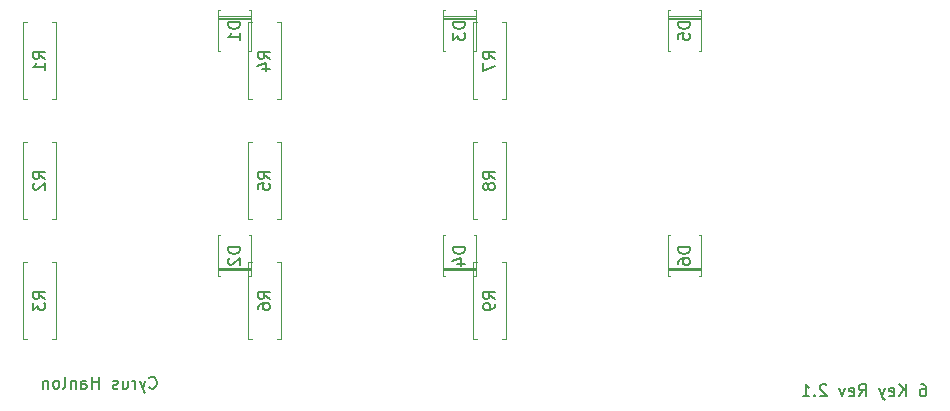
<source format=gbo>
G04 #@! TF.GenerationSoftware,KiCad,Pcbnew,(5.1.4)-1*
G04 #@! TF.CreationDate,2019-10-31T20:11:05+00:00*
G04 #@! TF.ProjectId,rgb,7267622e-6b69-4636-9164-5f7063625858,rev?*
G04 #@! TF.SameCoordinates,Original*
G04 #@! TF.FileFunction,Legend,Bot*
G04 #@! TF.FilePolarity,Positive*
%FSLAX46Y46*%
G04 Gerber Fmt 4.6, Leading zero omitted, Abs format (unit mm)*
G04 Created by KiCad (PCBNEW (5.1.4)-1) date 2019-10-31 20:11:05*
%MOMM*%
%LPD*%
G04 APERTURE LIST*
%ADD10C,0.200000*%
%ADD11C,0.120000*%
%ADD12C,0.150000*%
G04 APERTURE END LIST*
D10*
X46759285Y-98147142D02*
X46806904Y-98194761D01*
X46949761Y-98242380D01*
X47045000Y-98242380D01*
X47187857Y-98194761D01*
X47283095Y-98099523D01*
X47330714Y-98004285D01*
X47378333Y-97813809D01*
X47378333Y-97670952D01*
X47330714Y-97480476D01*
X47283095Y-97385238D01*
X47187857Y-97290000D01*
X47045000Y-97242380D01*
X46949761Y-97242380D01*
X46806904Y-97290000D01*
X46759285Y-97337619D01*
X46425952Y-97575714D02*
X46187857Y-98242380D01*
X45949761Y-97575714D02*
X46187857Y-98242380D01*
X46283095Y-98480476D01*
X46330714Y-98528095D01*
X46425952Y-98575714D01*
X45568809Y-98242380D02*
X45568809Y-97575714D01*
X45568809Y-97766190D02*
X45521190Y-97670952D01*
X45473571Y-97623333D01*
X45378333Y-97575714D01*
X45283095Y-97575714D01*
X44521190Y-97575714D02*
X44521190Y-98242380D01*
X44949761Y-97575714D02*
X44949761Y-98099523D01*
X44902142Y-98194761D01*
X44806904Y-98242380D01*
X44664047Y-98242380D01*
X44568809Y-98194761D01*
X44521190Y-98147142D01*
X44092619Y-98194761D02*
X43997380Y-98242380D01*
X43806904Y-98242380D01*
X43711666Y-98194761D01*
X43664047Y-98099523D01*
X43664047Y-98051904D01*
X43711666Y-97956666D01*
X43806904Y-97909047D01*
X43949761Y-97909047D01*
X44045000Y-97861428D01*
X44092619Y-97766190D01*
X44092619Y-97718571D01*
X44045000Y-97623333D01*
X43949761Y-97575714D01*
X43806904Y-97575714D01*
X43711666Y-97623333D01*
X42473571Y-98242380D02*
X42473571Y-97242380D01*
X42473571Y-97718571D02*
X41902142Y-97718571D01*
X41902142Y-98242380D02*
X41902142Y-97242380D01*
X40997380Y-98242380D02*
X40997380Y-97718571D01*
X41045000Y-97623333D01*
X41140238Y-97575714D01*
X41330714Y-97575714D01*
X41425952Y-97623333D01*
X40997380Y-98194761D02*
X41092619Y-98242380D01*
X41330714Y-98242380D01*
X41425952Y-98194761D01*
X41473571Y-98099523D01*
X41473571Y-98004285D01*
X41425952Y-97909047D01*
X41330714Y-97861428D01*
X41092619Y-97861428D01*
X40997380Y-97813809D01*
X40521190Y-97575714D02*
X40521190Y-98242380D01*
X40521190Y-97670952D02*
X40473571Y-97623333D01*
X40378333Y-97575714D01*
X40235476Y-97575714D01*
X40140238Y-97623333D01*
X40092619Y-97718571D01*
X40092619Y-98242380D01*
X39473571Y-98242380D02*
X39568809Y-98194761D01*
X39616428Y-98099523D01*
X39616428Y-97242380D01*
X38949761Y-98242380D02*
X39045000Y-98194761D01*
X39092619Y-98147142D01*
X39140238Y-98051904D01*
X39140238Y-97766190D01*
X39092619Y-97670952D01*
X39045000Y-97623333D01*
X38949761Y-97575714D01*
X38806904Y-97575714D01*
X38711666Y-97623333D01*
X38664047Y-97670952D01*
X38616428Y-97766190D01*
X38616428Y-98051904D01*
X38664047Y-98147142D01*
X38711666Y-98194761D01*
X38806904Y-98242380D01*
X38949761Y-98242380D01*
X38187857Y-97575714D02*
X38187857Y-98242380D01*
X38187857Y-97670952D02*
X38140238Y-97623333D01*
X38045000Y-97575714D01*
X37902142Y-97575714D01*
X37806904Y-97623333D01*
X37759285Y-97718571D01*
X37759285Y-98242380D01*
X112076904Y-97877380D02*
X112267380Y-97877380D01*
X112362619Y-97925000D01*
X112410238Y-97972619D01*
X112505476Y-98115476D01*
X112553095Y-98305952D01*
X112553095Y-98686904D01*
X112505476Y-98782142D01*
X112457857Y-98829761D01*
X112362619Y-98877380D01*
X112172142Y-98877380D01*
X112076904Y-98829761D01*
X112029285Y-98782142D01*
X111981666Y-98686904D01*
X111981666Y-98448809D01*
X112029285Y-98353571D01*
X112076904Y-98305952D01*
X112172142Y-98258333D01*
X112362619Y-98258333D01*
X112457857Y-98305952D01*
X112505476Y-98353571D01*
X112553095Y-98448809D01*
X110791190Y-98877380D02*
X110791190Y-97877380D01*
X110219761Y-98877380D02*
X110648333Y-98305952D01*
X110219761Y-97877380D02*
X110791190Y-98448809D01*
X109410238Y-98829761D02*
X109505476Y-98877380D01*
X109695952Y-98877380D01*
X109791190Y-98829761D01*
X109838809Y-98734523D01*
X109838809Y-98353571D01*
X109791190Y-98258333D01*
X109695952Y-98210714D01*
X109505476Y-98210714D01*
X109410238Y-98258333D01*
X109362619Y-98353571D01*
X109362619Y-98448809D01*
X109838809Y-98544047D01*
X109029285Y-98210714D02*
X108791190Y-98877380D01*
X108553095Y-98210714D02*
X108791190Y-98877380D01*
X108886428Y-99115476D01*
X108934047Y-99163095D01*
X109029285Y-99210714D01*
X106838809Y-98877380D02*
X107172142Y-98401190D01*
X107410238Y-98877380D02*
X107410238Y-97877380D01*
X107029285Y-97877380D01*
X106934047Y-97925000D01*
X106886428Y-97972619D01*
X106838809Y-98067857D01*
X106838809Y-98210714D01*
X106886428Y-98305952D01*
X106934047Y-98353571D01*
X107029285Y-98401190D01*
X107410238Y-98401190D01*
X106029285Y-98829761D02*
X106124523Y-98877380D01*
X106315000Y-98877380D01*
X106410238Y-98829761D01*
X106457857Y-98734523D01*
X106457857Y-98353571D01*
X106410238Y-98258333D01*
X106315000Y-98210714D01*
X106124523Y-98210714D01*
X106029285Y-98258333D01*
X105981666Y-98353571D01*
X105981666Y-98448809D01*
X106457857Y-98544047D01*
X105648333Y-98210714D02*
X105410238Y-98877380D01*
X105172142Y-98210714D01*
X104076904Y-97972619D02*
X104029285Y-97925000D01*
X103934047Y-97877380D01*
X103695952Y-97877380D01*
X103600714Y-97925000D01*
X103553095Y-97972619D01*
X103505476Y-98067857D01*
X103505476Y-98163095D01*
X103553095Y-98305952D01*
X104124523Y-98877380D01*
X103505476Y-98877380D01*
X103076904Y-98782142D02*
X103029285Y-98829761D01*
X103076904Y-98877380D01*
X103124523Y-98829761D01*
X103076904Y-98782142D01*
X103076904Y-98877380D01*
X102076904Y-98877380D02*
X102648333Y-98877380D01*
X102362619Y-98877380D02*
X102362619Y-97877380D01*
X102457857Y-98020238D01*
X102553095Y-98115476D01*
X102648333Y-98163095D01*
D11*
X52555000Y-66705000D02*
X55395000Y-66705000D01*
X52555000Y-66945000D02*
X55395000Y-66945000D01*
X52555000Y-66825000D02*
X55395000Y-66825000D01*
X55395000Y-69665000D02*
X55215000Y-69665000D01*
X55395000Y-66225000D02*
X55395000Y-69665000D01*
X55215000Y-66225000D02*
X55395000Y-66225000D01*
X52555000Y-69665000D02*
X52735000Y-69665000D01*
X52555000Y-66225000D02*
X52555000Y-69665000D01*
X52735000Y-66225000D02*
X52555000Y-66225000D01*
X55395000Y-88235000D02*
X52555000Y-88235000D01*
X55395000Y-87995000D02*
X52555000Y-87995000D01*
X55395000Y-88115000D02*
X52555000Y-88115000D01*
X52555000Y-85275000D02*
X52735000Y-85275000D01*
X52555000Y-88715000D02*
X52555000Y-85275000D01*
X52735000Y-88715000D02*
X52555000Y-88715000D01*
X55395000Y-85275000D02*
X55215000Y-85275000D01*
X55395000Y-88715000D02*
X55395000Y-85275000D01*
X55215000Y-88715000D02*
X55395000Y-88715000D01*
X71785000Y-66225000D02*
X71605000Y-66225000D01*
X71605000Y-66225000D02*
X71605000Y-69665000D01*
X71605000Y-69665000D02*
X71785000Y-69665000D01*
X74265000Y-66225000D02*
X74445000Y-66225000D01*
X74445000Y-66225000D02*
X74445000Y-69665000D01*
X74445000Y-69665000D02*
X74265000Y-69665000D01*
X71605000Y-66825000D02*
X74445000Y-66825000D01*
X71605000Y-66945000D02*
X74445000Y-66945000D01*
X71605000Y-66705000D02*
X74445000Y-66705000D01*
X74265000Y-88715000D02*
X74445000Y-88715000D01*
X74445000Y-88715000D02*
X74445000Y-85275000D01*
X74445000Y-85275000D02*
X74265000Y-85275000D01*
X71785000Y-88715000D02*
X71605000Y-88715000D01*
X71605000Y-88715000D02*
X71605000Y-85275000D01*
X71605000Y-85275000D02*
X71785000Y-85275000D01*
X74445000Y-88115000D02*
X71605000Y-88115000D01*
X74445000Y-87995000D02*
X71605000Y-87995000D01*
X74445000Y-88235000D02*
X71605000Y-88235000D01*
X90655000Y-66705000D02*
X93495000Y-66705000D01*
X90655000Y-66945000D02*
X93495000Y-66945000D01*
X90655000Y-66825000D02*
X93495000Y-66825000D01*
X93495000Y-69665000D02*
X93315000Y-69665000D01*
X93495000Y-66225000D02*
X93495000Y-69665000D01*
X93315000Y-66225000D02*
X93495000Y-66225000D01*
X90655000Y-69665000D02*
X90835000Y-69665000D01*
X90655000Y-66225000D02*
X90655000Y-69665000D01*
X90835000Y-66225000D02*
X90655000Y-66225000D01*
X93315000Y-88715000D02*
X93495000Y-88715000D01*
X93495000Y-88715000D02*
X93495000Y-85275000D01*
X93495000Y-85275000D02*
X93315000Y-85275000D01*
X90835000Y-88715000D02*
X90655000Y-88715000D01*
X90655000Y-88715000D02*
X90655000Y-85275000D01*
X90655000Y-85275000D02*
X90835000Y-85275000D01*
X93495000Y-88115000D02*
X90655000Y-88115000D01*
X93495000Y-87995000D02*
X90655000Y-87995000D01*
X93495000Y-88235000D02*
X90655000Y-88235000D01*
X38835000Y-73755000D02*
X38505000Y-73755000D01*
X38835000Y-67215000D02*
X38835000Y-73755000D01*
X38505000Y-67215000D02*
X38835000Y-67215000D01*
X36095000Y-73755000D02*
X36425000Y-73755000D01*
X36095000Y-67215000D02*
X36095000Y-73755000D01*
X36425000Y-67215000D02*
X36095000Y-67215000D01*
X36425000Y-77375000D02*
X36095000Y-77375000D01*
X36095000Y-77375000D02*
X36095000Y-83915000D01*
X36095000Y-83915000D02*
X36425000Y-83915000D01*
X38505000Y-77375000D02*
X38835000Y-77375000D01*
X38835000Y-77375000D02*
X38835000Y-83915000D01*
X38835000Y-83915000D02*
X38505000Y-83915000D01*
X38835000Y-94075000D02*
X38505000Y-94075000D01*
X38835000Y-87535000D02*
X38835000Y-94075000D01*
X38505000Y-87535000D02*
X38835000Y-87535000D01*
X36095000Y-94075000D02*
X36425000Y-94075000D01*
X36095000Y-87535000D02*
X36095000Y-94075000D01*
X36425000Y-87535000D02*
X36095000Y-87535000D01*
X55475000Y-67215000D02*
X55145000Y-67215000D01*
X55145000Y-67215000D02*
X55145000Y-73755000D01*
X55145000Y-73755000D02*
X55475000Y-73755000D01*
X57555000Y-67215000D02*
X57885000Y-67215000D01*
X57885000Y-67215000D02*
X57885000Y-73755000D01*
X57885000Y-73755000D02*
X57555000Y-73755000D01*
X57885000Y-83915000D02*
X57555000Y-83915000D01*
X57885000Y-77375000D02*
X57885000Y-83915000D01*
X57555000Y-77375000D02*
X57885000Y-77375000D01*
X55145000Y-83915000D02*
X55475000Y-83915000D01*
X55145000Y-77375000D02*
X55145000Y-83915000D01*
X55475000Y-77375000D02*
X55145000Y-77375000D01*
X55475000Y-87535000D02*
X55145000Y-87535000D01*
X55145000Y-87535000D02*
X55145000Y-94075000D01*
X55145000Y-94075000D02*
X55475000Y-94075000D01*
X57555000Y-87535000D02*
X57885000Y-87535000D01*
X57885000Y-87535000D02*
X57885000Y-94075000D01*
X57885000Y-94075000D02*
X57555000Y-94075000D01*
X76935000Y-73755000D02*
X76605000Y-73755000D01*
X76935000Y-67215000D02*
X76935000Y-73755000D01*
X76605000Y-67215000D02*
X76935000Y-67215000D01*
X74195000Y-73755000D02*
X74525000Y-73755000D01*
X74195000Y-67215000D02*
X74195000Y-73755000D01*
X74525000Y-67215000D02*
X74195000Y-67215000D01*
X74525000Y-77375000D02*
X74195000Y-77375000D01*
X74195000Y-77375000D02*
X74195000Y-83915000D01*
X74195000Y-83915000D02*
X74525000Y-83915000D01*
X76605000Y-77375000D02*
X76935000Y-77375000D01*
X76935000Y-77375000D02*
X76935000Y-83915000D01*
X76935000Y-83915000D02*
X76605000Y-83915000D01*
X76935000Y-94075000D02*
X76605000Y-94075000D01*
X76935000Y-87535000D02*
X76935000Y-94075000D01*
X76605000Y-87535000D02*
X76935000Y-87535000D01*
X74195000Y-94075000D02*
X74525000Y-94075000D01*
X74195000Y-87535000D02*
X74195000Y-94075000D01*
X74525000Y-87535000D02*
X74195000Y-87535000D01*
D12*
X54427380Y-67206904D02*
X53427380Y-67206904D01*
X53427380Y-67445000D01*
X53475000Y-67587857D01*
X53570238Y-67683095D01*
X53665476Y-67730714D01*
X53855952Y-67778333D01*
X53998809Y-67778333D01*
X54189285Y-67730714D01*
X54284523Y-67683095D01*
X54379761Y-67587857D01*
X54427380Y-67445000D01*
X54427380Y-67206904D01*
X54427380Y-68730714D02*
X54427380Y-68159285D01*
X54427380Y-68445000D02*
X53427380Y-68445000D01*
X53570238Y-68349761D01*
X53665476Y-68254523D01*
X53713095Y-68159285D01*
X54427380Y-86256904D02*
X53427380Y-86256904D01*
X53427380Y-86495000D01*
X53475000Y-86637857D01*
X53570238Y-86733095D01*
X53665476Y-86780714D01*
X53855952Y-86828333D01*
X53998809Y-86828333D01*
X54189285Y-86780714D01*
X54284523Y-86733095D01*
X54379761Y-86637857D01*
X54427380Y-86495000D01*
X54427380Y-86256904D01*
X53522619Y-87209285D02*
X53475000Y-87256904D01*
X53427380Y-87352142D01*
X53427380Y-87590238D01*
X53475000Y-87685476D01*
X53522619Y-87733095D01*
X53617857Y-87780714D01*
X53713095Y-87780714D01*
X53855952Y-87733095D01*
X54427380Y-87161666D01*
X54427380Y-87780714D01*
X73477380Y-67206904D02*
X72477380Y-67206904D01*
X72477380Y-67445000D01*
X72525000Y-67587857D01*
X72620238Y-67683095D01*
X72715476Y-67730714D01*
X72905952Y-67778333D01*
X73048809Y-67778333D01*
X73239285Y-67730714D01*
X73334523Y-67683095D01*
X73429761Y-67587857D01*
X73477380Y-67445000D01*
X73477380Y-67206904D01*
X72477380Y-68111666D02*
X72477380Y-68730714D01*
X72858333Y-68397380D01*
X72858333Y-68540238D01*
X72905952Y-68635476D01*
X72953571Y-68683095D01*
X73048809Y-68730714D01*
X73286904Y-68730714D01*
X73382142Y-68683095D01*
X73429761Y-68635476D01*
X73477380Y-68540238D01*
X73477380Y-68254523D01*
X73429761Y-68159285D01*
X73382142Y-68111666D01*
X73477380Y-86256904D02*
X72477380Y-86256904D01*
X72477380Y-86495000D01*
X72525000Y-86637857D01*
X72620238Y-86733095D01*
X72715476Y-86780714D01*
X72905952Y-86828333D01*
X73048809Y-86828333D01*
X73239285Y-86780714D01*
X73334523Y-86733095D01*
X73429761Y-86637857D01*
X73477380Y-86495000D01*
X73477380Y-86256904D01*
X72810714Y-87685476D02*
X73477380Y-87685476D01*
X72429761Y-87447380D02*
X73144047Y-87209285D01*
X73144047Y-87828333D01*
X92527380Y-67206904D02*
X91527380Y-67206904D01*
X91527380Y-67445000D01*
X91575000Y-67587857D01*
X91670238Y-67683095D01*
X91765476Y-67730714D01*
X91955952Y-67778333D01*
X92098809Y-67778333D01*
X92289285Y-67730714D01*
X92384523Y-67683095D01*
X92479761Y-67587857D01*
X92527380Y-67445000D01*
X92527380Y-67206904D01*
X91527380Y-68683095D02*
X91527380Y-68206904D01*
X92003571Y-68159285D01*
X91955952Y-68206904D01*
X91908333Y-68302142D01*
X91908333Y-68540238D01*
X91955952Y-68635476D01*
X92003571Y-68683095D01*
X92098809Y-68730714D01*
X92336904Y-68730714D01*
X92432142Y-68683095D01*
X92479761Y-68635476D01*
X92527380Y-68540238D01*
X92527380Y-68302142D01*
X92479761Y-68206904D01*
X92432142Y-68159285D01*
X92527380Y-86256904D02*
X91527380Y-86256904D01*
X91527380Y-86495000D01*
X91575000Y-86637857D01*
X91670238Y-86733095D01*
X91765476Y-86780714D01*
X91955952Y-86828333D01*
X92098809Y-86828333D01*
X92289285Y-86780714D01*
X92384523Y-86733095D01*
X92479761Y-86637857D01*
X92527380Y-86495000D01*
X92527380Y-86256904D01*
X91527380Y-87685476D02*
X91527380Y-87495000D01*
X91575000Y-87399761D01*
X91622619Y-87352142D01*
X91765476Y-87256904D01*
X91955952Y-87209285D01*
X92336904Y-87209285D01*
X92432142Y-87256904D01*
X92479761Y-87304523D01*
X92527380Y-87399761D01*
X92527380Y-87590238D01*
X92479761Y-87685476D01*
X92432142Y-87733095D01*
X92336904Y-87780714D01*
X92098809Y-87780714D01*
X92003571Y-87733095D01*
X91955952Y-87685476D01*
X91908333Y-87590238D01*
X91908333Y-87399761D01*
X91955952Y-87304523D01*
X92003571Y-87256904D01*
X92098809Y-87209285D01*
X37917380Y-70318333D02*
X37441190Y-69985000D01*
X37917380Y-69746904D02*
X36917380Y-69746904D01*
X36917380Y-70127857D01*
X36965000Y-70223095D01*
X37012619Y-70270714D01*
X37107857Y-70318333D01*
X37250714Y-70318333D01*
X37345952Y-70270714D01*
X37393571Y-70223095D01*
X37441190Y-70127857D01*
X37441190Y-69746904D01*
X37917380Y-71270714D02*
X37917380Y-70699285D01*
X37917380Y-70985000D02*
X36917380Y-70985000D01*
X37060238Y-70889761D01*
X37155476Y-70794523D01*
X37203095Y-70699285D01*
X37917380Y-80478333D02*
X37441190Y-80145000D01*
X37917380Y-79906904D02*
X36917380Y-79906904D01*
X36917380Y-80287857D01*
X36965000Y-80383095D01*
X37012619Y-80430714D01*
X37107857Y-80478333D01*
X37250714Y-80478333D01*
X37345952Y-80430714D01*
X37393571Y-80383095D01*
X37441190Y-80287857D01*
X37441190Y-79906904D01*
X37012619Y-80859285D02*
X36965000Y-80906904D01*
X36917380Y-81002142D01*
X36917380Y-81240238D01*
X36965000Y-81335476D01*
X37012619Y-81383095D01*
X37107857Y-81430714D01*
X37203095Y-81430714D01*
X37345952Y-81383095D01*
X37917380Y-80811666D01*
X37917380Y-81430714D01*
X37917380Y-90638333D02*
X37441190Y-90305000D01*
X37917380Y-90066904D02*
X36917380Y-90066904D01*
X36917380Y-90447857D01*
X36965000Y-90543095D01*
X37012619Y-90590714D01*
X37107857Y-90638333D01*
X37250714Y-90638333D01*
X37345952Y-90590714D01*
X37393571Y-90543095D01*
X37441190Y-90447857D01*
X37441190Y-90066904D01*
X36917380Y-90971666D02*
X36917380Y-91590714D01*
X37298333Y-91257380D01*
X37298333Y-91400238D01*
X37345952Y-91495476D01*
X37393571Y-91543095D01*
X37488809Y-91590714D01*
X37726904Y-91590714D01*
X37822142Y-91543095D01*
X37869761Y-91495476D01*
X37917380Y-91400238D01*
X37917380Y-91114523D01*
X37869761Y-91019285D01*
X37822142Y-90971666D01*
X56967380Y-70318333D02*
X56491190Y-69985000D01*
X56967380Y-69746904D02*
X55967380Y-69746904D01*
X55967380Y-70127857D01*
X56015000Y-70223095D01*
X56062619Y-70270714D01*
X56157857Y-70318333D01*
X56300714Y-70318333D01*
X56395952Y-70270714D01*
X56443571Y-70223095D01*
X56491190Y-70127857D01*
X56491190Y-69746904D01*
X56300714Y-71175476D02*
X56967380Y-71175476D01*
X55919761Y-70937380D02*
X56634047Y-70699285D01*
X56634047Y-71318333D01*
X56967380Y-80478333D02*
X56491190Y-80145000D01*
X56967380Y-79906904D02*
X55967380Y-79906904D01*
X55967380Y-80287857D01*
X56015000Y-80383095D01*
X56062619Y-80430714D01*
X56157857Y-80478333D01*
X56300714Y-80478333D01*
X56395952Y-80430714D01*
X56443571Y-80383095D01*
X56491190Y-80287857D01*
X56491190Y-79906904D01*
X55967380Y-81383095D02*
X55967380Y-80906904D01*
X56443571Y-80859285D01*
X56395952Y-80906904D01*
X56348333Y-81002142D01*
X56348333Y-81240238D01*
X56395952Y-81335476D01*
X56443571Y-81383095D01*
X56538809Y-81430714D01*
X56776904Y-81430714D01*
X56872142Y-81383095D01*
X56919761Y-81335476D01*
X56967380Y-81240238D01*
X56967380Y-81002142D01*
X56919761Y-80906904D01*
X56872142Y-80859285D01*
X56967380Y-90638333D02*
X56491190Y-90305000D01*
X56967380Y-90066904D02*
X55967380Y-90066904D01*
X55967380Y-90447857D01*
X56015000Y-90543095D01*
X56062619Y-90590714D01*
X56157857Y-90638333D01*
X56300714Y-90638333D01*
X56395952Y-90590714D01*
X56443571Y-90543095D01*
X56491190Y-90447857D01*
X56491190Y-90066904D01*
X55967380Y-91495476D02*
X55967380Y-91305000D01*
X56015000Y-91209761D01*
X56062619Y-91162142D01*
X56205476Y-91066904D01*
X56395952Y-91019285D01*
X56776904Y-91019285D01*
X56872142Y-91066904D01*
X56919761Y-91114523D01*
X56967380Y-91209761D01*
X56967380Y-91400238D01*
X56919761Y-91495476D01*
X56872142Y-91543095D01*
X56776904Y-91590714D01*
X56538809Y-91590714D01*
X56443571Y-91543095D01*
X56395952Y-91495476D01*
X56348333Y-91400238D01*
X56348333Y-91209761D01*
X56395952Y-91114523D01*
X56443571Y-91066904D01*
X56538809Y-91019285D01*
X76017380Y-70318333D02*
X75541190Y-69985000D01*
X76017380Y-69746904D02*
X75017380Y-69746904D01*
X75017380Y-70127857D01*
X75065000Y-70223095D01*
X75112619Y-70270714D01*
X75207857Y-70318333D01*
X75350714Y-70318333D01*
X75445952Y-70270714D01*
X75493571Y-70223095D01*
X75541190Y-70127857D01*
X75541190Y-69746904D01*
X75017380Y-70651666D02*
X75017380Y-71318333D01*
X76017380Y-70889761D01*
X76017380Y-80478333D02*
X75541190Y-80145000D01*
X76017380Y-79906904D02*
X75017380Y-79906904D01*
X75017380Y-80287857D01*
X75065000Y-80383095D01*
X75112619Y-80430714D01*
X75207857Y-80478333D01*
X75350714Y-80478333D01*
X75445952Y-80430714D01*
X75493571Y-80383095D01*
X75541190Y-80287857D01*
X75541190Y-79906904D01*
X75445952Y-81049761D02*
X75398333Y-80954523D01*
X75350714Y-80906904D01*
X75255476Y-80859285D01*
X75207857Y-80859285D01*
X75112619Y-80906904D01*
X75065000Y-80954523D01*
X75017380Y-81049761D01*
X75017380Y-81240238D01*
X75065000Y-81335476D01*
X75112619Y-81383095D01*
X75207857Y-81430714D01*
X75255476Y-81430714D01*
X75350714Y-81383095D01*
X75398333Y-81335476D01*
X75445952Y-81240238D01*
X75445952Y-81049761D01*
X75493571Y-80954523D01*
X75541190Y-80906904D01*
X75636428Y-80859285D01*
X75826904Y-80859285D01*
X75922142Y-80906904D01*
X75969761Y-80954523D01*
X76017380Y-81049761D01*
X76017380Y-81240238D01*
X75969761Y-81335476D01*
X75922142Y-81383095D01*
X75826904Y-81430714D01*
X75636428Y-81430714D01*
X75541190Y-81383095D01*
X75493571Y-81335476D01*
X75445952Y-81240238D01*
X76017380Y-90638333D02*
X75541190Y-90305000D01*
X76017380Y-90066904D02*
X75017380Y-90066904D01*
X75017380Y-90447857D01*
X75065000Y-90543095D01*
X75112619Y-90590714D01*
X75207857Y-90638333D01*
X75350714Y-90638333D01*
X75445952Y-90590714D01*
X75493571Y-90543095D01*
X75541190Y-90447857D01*
X75541190Y-90066904D01*
X76017380Y-91114523D02*
X76017380Y-91305000D01*
X75969761Y-91400238D01*
X75922142Y-91447857D01*
X75779285Y-91543095D01*
X75588809Y-91590714D01*
X75207857Y-91590714D01*
X75112619Y-91543095D01*
X75065000Y-91495476D01*
X75017380Y-91400238D01*
X75017380Y-91209761D01*
X75065000Y-91114523D01*
X75112619Y-91066904D01*
X75207857Y-91019285D01*
X75445952Y-91019285D01*
X75541190Y-91066904D01*
X75588809Y-91114523D01*
X75636428Y-91209761D01*
X75636428Y-91400238D01*
X75588809Y-91495476D01*
X75541190Y-91543095D01*
X75445952Y-91590714D01*
M02*

</source>
